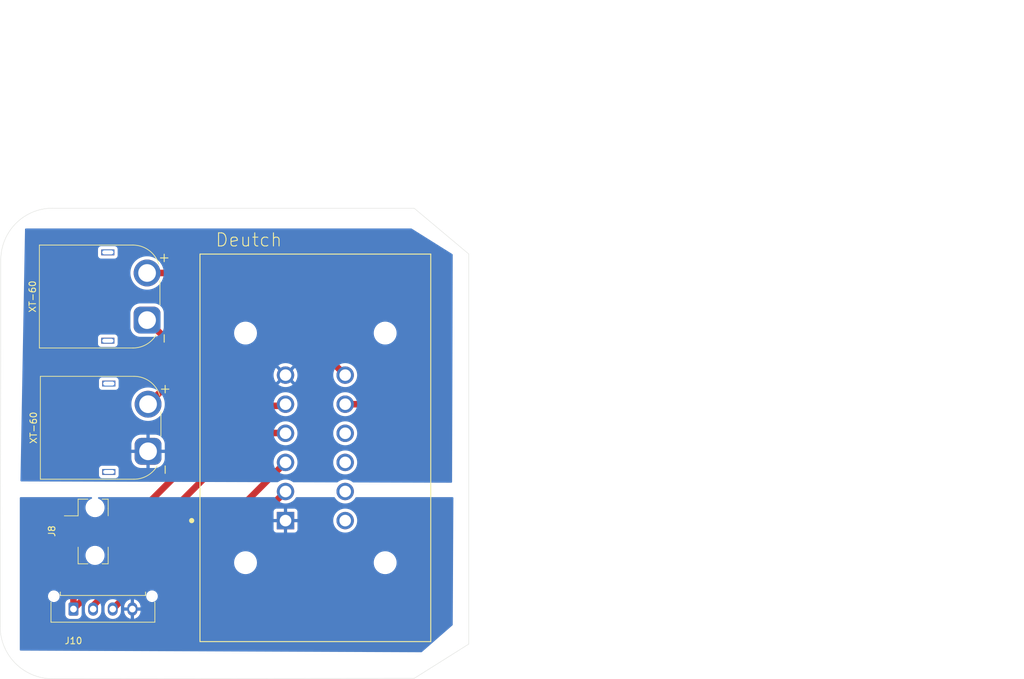
<source format=kicad_pcb>
(kicad_pcb (version 20241229) (generator "pcbnew") (generator_version "9.0")
  (layers (0 "F.Cu" signal) (2 "B.Cu" signal) (13 "F.Paste" user) (15 "B.Paste" user) (5 "F.SilkS" user "F.Silkscreen") (7 "B.SilkS" user "B.Silkscreen") (1 "F.Mask" user) (3 "B.Mask" user) (25 "Edge.Cuts" user))
  (net 0 "")
  (net 1 "Relay")
  (net 2 "+BATT")
  (net 3 "GNDPWR")
  (net 4 "+12V")
  (net 5 "Dead Man's Switch")
  (net 6 "CAN Low")
  (net 7 "CAN High")
  (net 8 "GND")
  (footprint "Namnlös" (layer "F.Cu") (at 242 30)
    (property "Reference" "REF**" (hide yes))
    (property "Value" "Namnlös" (hide yes))
  )
  (footprint "Connector_Molex:Molex_Micro-Fit_3.0_43650-0221_1x02_P3.00mm_Vertical" (layer "F.Cu") (at 103.11 109.95 -90)
    (property "Reference" "J8" (at -0.05 6.31 90) (layer "F.SilkS"))
    (property "Value" "Conn_01x02" (hide yes))
    (fp_line (start -4.935 2.295) (end -2.395 2.295) (stroke (width 0.12)) (layer "F.SilkS"))
    (fp_line (start -2.395 2.295) (end -2.395 4.405) (stroke (width 0.12)) (layer "F.SilkS"))
    (fp_line (start 4.935 2.295) (end 2.395 2.295) (stroke (width 0.12)) (layer "F.SilkS"))
    (fp_line (start -4.935 0.8) (end -4.935 2.295) (stroke (width 0.12)) (layer "F.SilkS"))
    (fp_line (start 4.935 0.8) (end 4.935 2.295) (stroke (width 0.12)) (layer "F.SilkS"))
    (fp_line (start -4.935 -1.37) (end -4.935 -2.295) (stroke (width 0.12)) (layer "F.SilkS"))
    (fp_line (start 4.935 -1.37) (end 4.935 -2.295) (stroke (width 0.12)) (layer "F.SilkS"))
    (fp_line (start -4.935 -2.295) (end -3.515 -2.295) (stroke (width 0.12)) (layer "F.SilkS"))
    (fp_line (start -3.515 -2.295) (end -2.395 -2.295) (stroke (width 0.12)) (layer "F.SilkS"))
    (fp_line (start 3.515 -2.295) (end 2.395 -2.295) (stroke (width 0.12)) (layer "F.SilkS"))
    (fp_line (start 4.935 -2.295) (end 3.515 -2.295) (stroke (width 0.12)) (layer "F.SilkS"))
    (pad "" np_thru_hole circle (at -3.65 -0.285 270) (size 2.41 2.41) (drill 2.41) (layers "*.Cu" "*.Mask"))
    (pad "" np_thru_hole circle (at 3.65 -0.285 270) (size 2.41 2.41) (drill 2.41) (layers "*.Cu" "*.Mask"))
    (pad "1" smd rect (at -1.5 3.135 270) (size 1.27 2.54) (layers "F.Cu" "F.Mask" "F.Paste") (net 5 "Dead Man's Switch"))
    (pad "2" smd rect (at 1.5 3.135 270) (size 1.27 2.54) (layers "F.Cu" "F.Mask" "F.Paste") (net 4 "+12V"))
  )
  (footprint "Connector_AMASS:AMASS_XT60PW-M_1x02_P7.20mm_Horizontal" (layer "F.Cu") (at 111.5 97.7 90)
    (property "Reference" "XT-60" (at 3.6 -17.5 90) (layer "F.SilkS"))
    (property "Value" "Conn_01x02" (hide yes))
    (fp_line (start 11.46 -16.46) (end 11.46 -2.15) (stroke (width 0.12)) (layer "F.SilkS"))
    (fp_line (start -4.26 -16.46) (end 11.46 -16.46) (stroke (width 0.12)) (layer "F.SilkS"))
    (fp_line (start -4.26 -16.46) (end -4.26 -2.15) (stroke (width 0.12)) (layer "F.SilkS"))
    (fp_line (start 2.31 1.96) (end 6.05 1.96) (stroke (width 0.12)) (layer "F.SilkS"))
    (fp_arc (start 11.46 -2.15) (mid 10.653852 0.294722) (end 8.551648 1.780413) (stroke (width 0.12)) (layer "F.SilkS"))
    (fp_arc (start -2.266806 1.372958) (mid -3.727162 -0.126139) (end -4.26 -2.15) (stroke (width 0.12)) (layer "F.SilkS"))
    (fp_text user "+" (at 9.5 2.5 90) (layer "F.SilkS") (effects (font (size 1.5 1.5))))
    (fp_text user "-" (at -2.8 2.5 90) (layer "F.SilkS") (effects (font (size 1.5 1.5))))
    (pad "" thru_hole rect (at -3.15 -6 90) (size 0.9 2) (drill oval 0.6 1.7) (layers "*.Cu" "*.Mask"))
    (pad "" thru_hole rect (at 10.35 -6 90) (size 0.9 2) (drill oval 0.6 1.7) (layers "*.Cu" "*.Mask"))
    (pad "1" thru_hole roundrect (at 0 0 90) (size 4.1 4.1) (drill 2.7) (layers "*.Cu" "*.Mask") (net 3 "GNDPWR"))
    (pad "2" thru_hole circle (at 7.2 0 90) (size 4.1 4.1) (drill 2.7) (layers "*.Cu" "*.Mask") (net 1 "Relay"))
  )
  (footprint "Connector_DT:TE_DT15-12PA" (layer "F.Cu") (at 137.06 97.17)
    (property "Reference" "Deutch" (at -10.167875 -31.774585 0) (layer "F.SilkS") (effects (font (size 2.001551 2.001551))))
    (property "Value" "Conn_01x08" (hide yes))
    (fp_line (start -17.63 -29.605) (end 17.63 -29.605) (stroke (width 0.1524)) (layer "F.SilkS"))
    (fp_line (start -17.63 29.605) (end -17.63 -29.605) (stroke (width 0.1524)) (layer "F.SilkS"))
    (fp_line (start 17.63 -29.605) (end 17.63 29.605) (stroke (width 0.1524)) (layer "F.SilkS"))
    (fp_line (start 17.63 29.605) (end -17.63 29.605) (stroke (width 0.1524)) (layer "F.SilkS"))
    (fp_circle (center -18.9 11.115) (end -18.7 11.115) (stroke (width 0.4)) (fill no) (layer "F.SilkS"))
    (pad "" np_thru_hole circle (at -10.67 -17.535) (size 2.99 2.99) (drill 2.99) (layers "*.Cu" "*.Mask"))
    (pad "" np_thru_hole circle (at -10.67 17.545) (size 2.99 2.99) (drill 2.99) (layers "*.Cu" "*.Mask"))
    (pad "" np_thru_hole circle (at 10.67 -17.535) (size 2.99 2.99) (drill 2.99) (layers "*.Cu" "*.Mask"))
    (pad "" np_thru_hole circle (at 10.67 17.545) (size 2.99 2.99) (drill 2.99) (layers "*.Cu" "*.Mask"))
    (pad "1" thru_hole rect (at -4.56 11.115) (size 2.655 2.655) (drill 1.77) (layers "*.Cu" "*.Mask") (net 8 "GND"))
    (pad "2" thru_hole circle (at -4.56 6.67) (size 2.655 2.655) (drill 1.77) (layers "*.Cu" "*.Mask") (net 6 "CAN Low"))
    (pad "3" thru_hole circle (at -4.56 2.225) (size 2.655 2.655) (drill 1.77) (layers "*.Cu" "*.Mask") (net 7 "CAN High"))
    (pad "4" thru_hole circle (at -4.56 -2.225) (size 2.655 2.655) (drill 1.77) (layers "*.Cu" "*.Mask") (net 4 "+12V"))
    (pad "5" thru_hole circle (at -4.56 -6.67) (size 2.655 2.655) (drill 1.77) (layers "*.Cu" "*.Mask") (net 5 "Dead Man's Switch"))
    (pad "6" thru_hole circle (at -4.56 -11.115) (size 2.655 2.655) (drill 1.77) (layers "*.Cu" "*.Mask") (net 3 "GNDPWR"))
    (pad "7" thru_hole circle (at 4.56 -11.115) (size 2.655 2.655) (drill 1.77) (layers "*.Cu" "*.Mask") (net 1 "Relay"))
    (pad "8" thru_hole circle (at 4.56 -6.67) (size 2.655 2.655) (drill 1.77) (layers "*.Cu" "*.Mask") (net 2 "+BATT"))
    (pad "9" thru_hole circle (at 4.56 -2.225) (size 2.655 2.655) (drill 1.77) (layers "*.Cu" "*.Mask"))
    (pad "10" thru_hole circle (at 4.56 2.225) (size 2.655 2.655) (drill 1.77) (layers "*.Cu" "*.Mask"))
    (pad "11" thru_hole circle (at 4.56 6.67) (size 2.655 2.655) (drill 1.77) (layers "*.Cu" "*.Mask"))
    (pad "12" thru_hole circle (at 4.56 11.115) (size 2.655 2.655) (drill 1.77) (layers "*.Cu" "*.Mask"))
  )
  (footprint "Connector_Molex:Molex_Micro-Fit_3.0_43650-0415_1x04_P3.00mm_Vertical" (layer "F.Cu") (at 100.1 121.8)
    (property "Reference" "J10" (at 0 4.85 0) (layer "F.SilkS"))
    (property "Value" "Conn_01x04" (hide yes))
    (fp_line (start -3.435 -1.065) (end -3.435 2.01) (stroke (width 0.12)) (layer "F.SilkS"))
    (fp_line (start -3.435 2.01) (end 12.435 2.01) (stroke (width 0.12)) (layer "F.SilkS"))
    (fp_line (start -2.015 -2.58) (end -2.015 -2.08) (stroke (width 0.12)) (layer "F.SilkS"))
    (fp_line (start -2.015 -2.08) (end 11.015 -2.08) (stroke (width 0.12)) (layer "F.SilkS"))
    (fp_line (start -1.995 -2.58) (end -2.015 -2.58) (stroke (width 0.12)) (layer "F.SilkS"))
    (fp_line (start 11.015 -2.58) (end 10.995 -2.58) (stroke (width 0.12)) (layer "F.SilkS"))
    (fp_line (start 11.015 -2.08) (end 11.015 -2.58) (stroke (width 0.12)) (layer "F.SilkS"))
    (fp_line (start 12.435 2.01) (end 12.435 -1.065) (stroke (width 0.12)) (layer "F.SilkS"))
    (pad "" np_thru_hole circle (at -3 -1.96) (size 1.27 1.27) (drill 1.27) (layers "*.Cu" "*.Mask"))
    (pad "" np_thru_hole circle (at 12 -1.96) (size 1.27 1.27) (drill 1.27) (layers "*.Cu" "*.Mask"))
    (pad "1" thru_hole roundrect (at 0 0) (size 1.5 2.02) (drill 1.02) (layers "*.Cu" "*.Mask") (roundrect_rratio 0.166667) (net 4 "+12V"))
    (pad "2" thru_hole oval (at 3 0) (size 1.5 2.02) (drill 1.02) (layers "*.Cu" "*.Mask") (net 7 "CAN High"))
    (pad "3" thru_hole oval (at 6 0) (size 1.5 2.02) (drill 1.02) (layers "*.Cu" "*.Mask") (net 6 "CAN Low"))
    (pad "4" thru_hole oval (at 9 0) (size 1.5 2.02) (drill 1.02) (layers "*.Cu" "*.Mask") (net 8 "GND"))
  )
  (footprint "Namnlös" (layer "F.Cu") (at 204.5 64)
    (property "Reference" "REF**" (hide yes))
    (property "Value" "Namnlös" (hide yes))
  )
  (footprint "Connector_AMASS:AMASS_XT60PW-M_1x02_P7.20mm_Horizontal" (layer "F.Cu") (at 111.35 77.65 90)
    (property "Reference" "XT-60" (at 3.6 -17.5 90) (layer "F.SilkS"))
    (property "Value" "Conn_01x02" (hide yes))
    (fp_line (start 11.46 -16.46) (end 11.46 -2.15) (stroke (width 0.12)) (layer "F.SilkS"))
    (fp_line (start -4.26 -16.46) (end 11.46 -16.46) (stroke (width 0.12)) (layer "F.SilkS"))
    (fp_line (start -4.26 -16.46) (end -4.26 -2.15) (stroke (width 0.12)) (layer "F.SilkS"))
    (fp_line (start 2.31 1.96) (end 6.05 1.96) (stroke (width 0.12)) (layer "F.SilkS"))
    (fp_arc (start 11.46 -2.15) (mid 10.653852 0.294722) (end 8.551648 1.780413) (stroke (width 0.12)) (layer "F.SilkS"))
    (fp_arc (start -2.266806 1.372958) (mid -3.727162 -0.126139) (end -4.26 -2.15) (stroke (width 0.12)) (layer "F.SilkS"))
    (fp_text user "+" (at 9.5 2.5 90) (layer "F.SilkS") (effects (font (size 1.5 1.5))))
    (fp_text user "-" (at -2.8 2.5 90) (layer "F.SilkS") (effects (font (size 1.5 1.5))))
    (pad "" thru_hole rect (at -3.15 -6 90) (size 0.9 2) (drill oval 0.6 1.7) (layers "*.Cu" "*.Mask"))
    (pad "" thru_hole rect (at 10.35 -6 90) (size 0.9 2) (drill oval 0.6 1.7) (layers "*.Cu" "*.Mask"))
    (pad "1" thru_hole roundrect (at 0 0 90) (size 4.1 4.1) (drill 2.7) (layers "*.Cu" "*.Mask") (net 1 "Relay"))
    (pad "2" thru_hole circle (at 7.2 0 90) (size 4.1 4.1) (drill 2.7) (layers "*.Cu" "*.Mask") (net 2 "+BATT"))
  )
  (gr_line (start 89 68.45) (end 88.9 124.45) (stroke (width 0.05)) (layer "Edge.Cuts"))
  (gr_line (start 96.9 60.55) (end 152.15 60.55) (stroke (width 0.05)) (layer "Edge.Cuts"))
  (gr_arc (start 96.9 132.45) (mid 91.243146 130.106854) (end 88.9 124.45) (stroke (width 0.05)) (layer "Edge.Cuts"))
  (gr_line (start 152.15 60.55) (end 160.5 67.55) (stroke (width 0.05)) (layer "Edge.Cuts"))
  (gr_line (start 152.15 132.4) (end 96.9 132.45) (stroke (width 0.05)) (layer "Edge.Cuts"))
  (gr_arc (start 89 68.45) (mid 91.313856 62.863856) (end 96.9 60.55) (stroke (width 0.05)) (layer "Edge.Cuts"))
  (gr_line (start 160.5 67.55) (end 160.5 127.15) (stroke (width 0.05)) (layer "Edge.Cuts"))
  (gr_line (start 160.5 127.15) (end 152.15 132.4) (stroke (width 0.05)) (layer "Edge.Cuts"))
  (segment (start 138.565 83) (end 116.7 83) (width 1) (layer "F.Cu") (net 1))
  (segment (start 111.35 90.35) (end 111.5 90.5) (width 0.2) (layer "F.Cu") (net 1))
  (segment (start 116.7 83) (end 111.35 77.65) (width 1) (layer "F.Cu") (net 1))
  (segment (start 116.7 85.3) (end 111.5 90.5) (width 1) (layer "F.Cu") (net 1))
  (segment (start 141.62 86.055) (end 138.565 83) (width 1) (layer "F.Cu") (net 1))
  (segment (start 116.7 83) (end 116.7 85.3) (width 1) (layer "F.Cu") (net 1))
  (segment (start 111.5 77.8) (end 111.35 77.65) (width 0.2) (layer "F.Cu") (net 1))
  (segment (start 146.9 85.4) (end 146.9 89.4) (width 1) (layer "F.Cu") (net 2))
  (segment (start 146.9 89.4) (end 145.8 90.5) (width 1) (layer "F.Cu") (net 2))
  (segment (start 145.8 90.5) (end 141.62 90.5) (width 1) (layer "F.Cu") (net 2))
  (segment (start 111.35 70.45) (end 131.95 70.45) (width 1) (layer "F.Cu") (net 2))
  (segment (start 131.95 70.45) (end 146.9 85.4) (width 1) (layer "F.Cu") (net 2))
  (segment (start 100.1 121.8) (end 127 94.9) (width 1) (layer "F.Cu") (net 4))
  (segment (start 127 94.9) (end 132.455 94.9) (width 1) (layer "F.Cu") (net 4))
  (segment (start 132.455 94.9) (end 132.5 94.945) (width 1) (layer "F.Cu") (net 4))
  (segment (start 100.1 111.575) (end 99.975 111.45) (width 1) (layer "F.Cu") (net 4))
  (segment (start 100.1 121.8) (end 100.1 111.575) (width 1) (layer "F.Cu") (net 4))
  (segment (start 108.5 108.45) (end 108.6 108.55) (width 1) (layer "F.Cu") (net 5))
  (segment (start 108.6 108.55) (end 126.4 90.75) (width 1) (layer "F.Cu") (net 5))
  (segment (start 99.975 108.45) (end 108.5 108.45) (width 1) (layer "F.Cu") (net 5))
  (segment (start 132.15 90.85) (end 132.5 90.5) (width 0.2) (layer "F.Cu") (net 5))
  (segment (start 126.4 90.75) (end 132.25 90.75) (width 1) (layer "F.Cu") (net 5))
  (segment (start 132.25 90.75) (end 132.5 90.5) (width 1) (layer "F.Cu") (net 5))
  (segment (start 111.45 116.45) (end 119.89 116.45) (width 1) (layer "F.Cu") (net 6))
  (segment (start 106.1 121.8) (end 111.45 116.45) (width 1) (layer "F.Cu") (net 6))
  (segment (start 119.89 116.45) (end 132.5 103.84) (width 1) (layer "F.Cu") (net 6))
  (segment (start 103.1 121.3) (end 103.1 121.8) (width 1) (layer "F.Cu") (net 7))
  (segment (start 132.5 99.395) (end 117.945 113.95) (width 1) (layer "F.Cu") (net 7))
  (segment (start 110.45 113.95) (end 103.1 121.3) (width 1) (layer "F.Cu") (net 7))
  (segment (start 117.945 113.95) (end 110.45 113.95) (width 1) (layer "F.Cu") (net 7))
  (zone (net 8) (net_name "GND") (layer "B.Cu") (priority 1) (connect_pads (clearance 0.5)) (min_thickness 0.25) (fill yes (thermal_gap 0.5) (thermal_bridge_width 0.5))
    (polygon (pts (xy 91.9 104.7) (xy 158.15 104.7) (xy 158.05 124.25) (xy 153.3 128.4) (xy 91.9 128.15)))
  )
  (zone (net 3) (net_name "GNDPWR") (layer "B.Cu") (connect_pads (clearance 0.5)) (min_thickness 0.25) (fill yes (thermal_gap 0.5) (thermal_bridge_width 0.5))
    (polygon (pts (xy 158.05 67.6) (xy 157.95 102.5) (xy 92 102.3) (xy 92.7 63.65) (xy 151.75 63.65)))
  )
)
</source>
